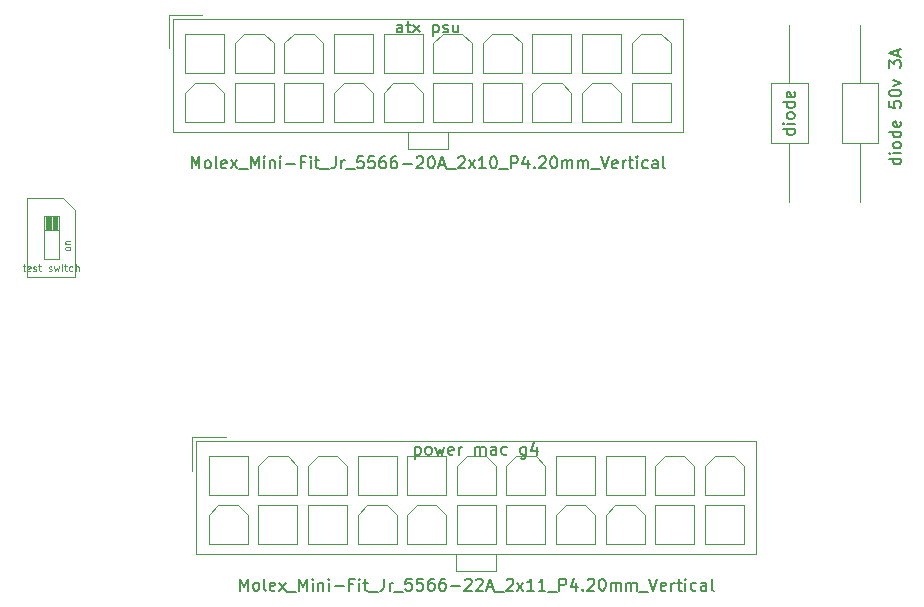
<source format=gbr>
%TF.GenerationSoftware,KiCad,Pcbnew,8.0.1*%
%TF.CreationDate,2024-05-07T20:14:08+02:00*%
%TF.ProjectId,atx,6174782e-6b69-4636-9164-5f7063625858,rev?*%
%TF.SameCoordinates,Original*%
%TF.FileFunction,AssemblyDrawing,Top*%
%FSLAX46Y46*%
G04 Gerber Fmt 4.6, Leading zero omitted, Abs format (unit mm)*
G04 Created by KiCad (PCBNEW 8.0.1) date 2024-05-07 20:14:08*
%MOMM*%
%LPD*%
G01*
G04 APERTURE LIST*
%ADD10C,0.090000*%
%ADD11C,0.150000*%
%ADD12C,0.100000*%
G04 APERTURE END LIST*
D10*
X72085714Y-68462891D02*
X72314286Y-68462891D01*
X72171429Y-68262891D02*
X72171429Y-68777177D01*
X72171429Y-68777177D02*
X72200000Y-68834320D01*
X72200000Y-68834320D02*
X72257143Y-68862891D01*
X72257143Y-68862891D02*
X72314286Y-68862891D01*
X72742857Y-68834320D02*
X72685714Y-68862891D01*
X72685714Y-68862891D02*
X72571429Y-68862891D01*
X72571429Y-68862891D02*
X72514286Y-68834320D01*
X72514286Y-68834320D02*
X72485714Y-68777177D01*
X72485714Y-68777177D02*
X72485714Y-68548605D01*
X72485714Y-68548605D02*
X72514286Y-68491462D01*
X72514286Y-68491462D02*
X72571429Y-68462891D01*
X72571429Y-68462891D02*
X72685714Y-68462891D01*
X72685714Y-68462891D02*
X72742857Y-68491462D01*
X72742857Y-68491462D02*
X72771429Y-68548605D01*
X72771429Y-68548605D02*
X72771429Y-68605748D01*
X72771429Y-68605748D02*
X72485714Y-68662891D01*
X73000000Y-68834320D02*
X73057143Y-68862891D01*
X73057143Y-68862891D02*
X73171429Y-68862891D01*
X73171429Y-68862891D02*
X73228572Y-68834320D01*
X73228572Y-68834320D02*
X73257143Y-68777177D01*
X73257143Y-68777177D02*
X73257143Y-68748605D01*
X73257143Y-68748605D02*
X73228572Y-68691462D01*
X73228572Y-68691462D02*
X73171429Y-68662891D01*
X73171429Y-68662891D02*
X73085715Y-68662891D01*
X73085715Y-68662891D02*
X73028572Y-68634320D01*
X73028572Y-68634320D02*
X73000000Y-68577177D01*
X73000000Y-68577177D02*
X73000000Y-68548605D01*
X73000000Y-68548605D02*
X73028572Y-68491462D01*
X73028572Y-68491462D02*
X73085715Y-68462891D01*
X73085715Y-68462891D02*
X73171429Y-68462891D01*
X73171429Y-68462891D02*
X73228572Y-68491462D01*
X73428571Y-68462891D02*
X73657143Y-68462891D01*
X73514286Y-68262891D02*
X73514286Y-68777177D01*
X73514286Y-68777177D02*
X73542857Y-68834320D01*
X73542857Y-68834320D02*
X73600000Y-68862891D01*
X73600000Y-68862891D02*
X73657143Y-68862891D01*
X74285714Y-68834320D02*
X74342857Y-68862891D01*
X74342857Y-68862891D02*
X74457143Y-68862891D01*
X74457143Y-68862891D02*
X74514286Y-68834320D01*
X74514286Y-68834320D02*
X74542857Y-68777177D01*
X74542857Y-68777177D02*
X74542857Y-68748605D01*
X74542857Y-68748605D02*
X74514286Y-68691462D01*
X74514286Y-68691462D02*
X74457143Y-68662891D01*
X74457143Y-68662891D02*
X74371429Y-68662891D01*
X74371429Y-68662891D02*
X74314286Y-68634320D01*
X74314286Y-68634320D02*
X74285714Y-68577177D01*
X74285714Y-68577177D02*
X74285714Y-68548605D01*
X74285714Y-68548605D02*
X74314286Y-68491462D01*
X74314286Y-68491462D02*
X74371429Y-68462891D01*
X74371429Y-68462891D02*
X74457143Y-68462891D01*
X74457143Y-68462891D02*
X74514286Y-68491462D01*
X74742857Y-68462891D02*
X74857143Y-68862891D01*
X74857143Y-68862891D02*
X74971428Y-68577177D01*
X74971428Y-68577177D02*
X75085714Y-68862891D01*
X75085714Y-68862891D02*
X75200000Y-68462891D01*
X75428571Y-68862891D02*
X75428571Y-68462891D01*
X75428571Y-68262891D02*
X75399999Y-68291462D01*
X75399999Y-68291462D02*
X75428571Y-68320034D01*
X75428571Y-68320034D02*
X75457142Y-68291462D01*
X75457142Y-68291462D02*
X75428571Y-68262891D01*
X75428571Y-68262891D02*
X75428571Y-68320034D01*
X75628570Y-68462891D02*
X75857142Y-68462891D01*
X75714285Y-68262891D02*
X75714285Y-68777177D01*
X75714285Y-68777177D02*
X75742856Y-68834320D01*
X75742856Y-68834320D02*
X75799999Y-68862891D01*
X75799999Y-68862891D02*
X75857142Y-68862891D01*
X76314285Y-68834320D02*
X76257142Y-68862891D01*
X76257142Y-68862891D02*
X76142856Y-68862891D01*
X76142856Y-68862891D02*
X76085713Y-68834320D01*
X76085713Y-68834320D02*
X76057142Y-68805748D01*
X76057142Y-68805748D02*
X76028570Y-68748605D01*
X76028570Y-68748605D02*
X76028570Y-68577177D01*
X76028570Y-68577177D02*
X76057142Y-68520034D01*
X76057142Y-68520034D02*
X76085713Y-68491462D01*
X76085713Y-68491462D02*
X76142856Y-68462891D01*
X76142856Y-68462891D02*
X76257142Y-68462891D01*
X76257142Y-68462891D02*
X76314285Y-68491462D01*
X76571428Y-68862891D02*
X76571428Y-68262891D01*
X76828571Y-68862891D02*
X76828571Y-68548605D01*
X76828571Y-68548605D02*
X76799999Y-68491462D01*
X76799999Y-68491462D02*
X76742856Y-68462891D01*
X76742856Y-68462891D02*
X76657142Y-68462891D01*
X76657142Y-68462891D02*
X76599999Y-68491462D01*
X76599999Y-68491462D02*
X76571428Y-68520034D01*
X76115391Y-66999285D02*
X76086820Y-67056428D01*
X76086820Y-67056428D02*
X76058248Y-67084999D01*
X76058248Y-67084999D02*
X76001105Y-67113571D01*
X76001105Y-67113571D02*
X75829677Y-67113571D01*
X75829677Y-67113571D02*
X75772534Y-67084999D01*
X75772534Y-67084999D02*
X75743962Y-67056428D01*
X75743962Y-67056428D02*
X75715391Y-66999285D01*
X75715391Y-66999285D02*
X75715391Y-66913571D01*
X75715391Y-66913571D02*
X75743962Y-66856428D01*
X75743962Y-66856428D02*
X75772534Y-66827857D01*
X75772534Y-66827857D02*
X75829677Y-66799285D01*
X75829677Y-66799285D02*
X76001105Y-66799285D01*
X76001105Y-66799285D02*
X76058248Y-66827857D01*
X76058248Y-66827857D02*
X76086820Y-66856428D01*
X76086820Y-66856428D02*
X76115391Y-66913571D01*
X76115391Y-66913571D02*
X76115391Y-66999285D01*
X75715391Y-66542142D02*
X76115391Y-66542142D01*
X75772534Y-66542142D02*
X75743962Y-66513571D01*
X75743962Y-66513571D02*
X75715391Y-66456428D01*
X75715391Y-66456428D02*
X75715391Y-66370714D01*
X75715391Y-66370714D02*
X75743962Y-66313571D01*
X75743962Y-66313571D02*
X75801105Y-66285000D01*
X75801105Y-66285000D02*
X76115391Y-66285000D01*
D11*
X90499999Y-95904819D02*
X90499999Y-94904819D01*
X90499999Y-94904819D02*
X90833332Y-95619104D01*
X90833332Y-95619104D02*
X91166665Y-94904819D01*
X91166665Y-94904819D02*
X91166665Y-95904819D01*
X91785713Y-95904819D02*
X91690475Y-95857200D01*
X91690475Y-95857200D02*
X91642856Y-95809580D01*
X91642856Y-95809580D02*
X91595237Y-95714342D01*
X91595237Y-95714342D02*
X91595237Y-95428628D01*
X91595237Y-95428628D02*
X91642856Y-95333390D01*
X91642856Y-95333390D02*
X91690475Y-95285771D01*
X91690475Y-95285771D02*
X91785713Y-95238152D01*
X91785713Y-95238152D02*
X91928570Y-95238152D01*
X91928570Y-95238152D02*
X92023808Y-95285771D01*
X92023808Y-95285771D02*
X92071427Y-95333390D01*
X92071427Y-95333390D02*
X92119046Y-95428628D01*
X92119046Y-95428628D02*
X92119046Y-95714342D01*
X92119046Y-95714342D02*
X92071427Y-95809580D01*
X92071427Y-95809580D02*
X92023808Y-95857200D01*
X92023808Y-95857200D02*
X91928570Y-95904819D01*
X91928570Y-95904819D02*
X91785713Y-95904819D01*
X92690475Y-95904819D02*
X92595237Y-95857200D01*
X92595237Y-95857200D02*
X92547618Y-95761961D01*
X92547618Y-95761961D02*
X92547618Y-94904819D01*
X93452380Y-95857200D02*
X93357142Y-95904819D01*
X93357142Y-95904819D02*
X93166666Y-95904819D01*
X93166666Y-95904819D02*
X93071428Y-95857200D01*
X93071428Y-95857200D02*
X93023809Y-95761961D01*
X93023809Y-95761961D02*
X93023809Y-95381009D01*
X93023809Y-95381009D02*
X93071428Y-95285771D01*
X93071428Y-95285771D02*
X93166666Y-95238152D01*
X93166666Y-95238152D02*
X93357142Y-95238152D01*
X93357142Y-95238152D02*
X93452380Y-95285771D01*
X93452380Y-95285771D02*
X93499999Y-95381009D01*
X93499999Y-95381009D02*
X93499999Y-95476247D01*
X93499999Y-95476247D02*
X93023809Y-95571485D01*
X93833333Y-95904819D02*
X94357142Y-95238152D01*
X93833333Y-95238152D02*
X94357142Y-95904819D01*
X94500000Y-96000057D02*
X95261904Y-96000057D01*
X95500000Y-95904819D02*
X95500000Y-94904819D01*
X95500000Y-94904819D02*
X95833333Y-95619104D01*
X95833333Y-95619104D02*
X96166666Y-94904819D01*
X96166666Y-94904819D02*
X96166666Y-95904819D01*
X96642857Y-95904819D02*
X96642857Y-95238152D01*
X96642857Y-94904819D02*
X96595238Y-94952438D01*
X96595238Y-94952438D02*
X96642857Y-95000057D01*
X96642857Y-95000057D02*
X96690476Y-94952438D01*
X96690476Y-94952438D02*
X96642857Y-94904819D01*
X96642857Y-94904819D02*
X96642857Y-95000057D01*
X97119047Y-95238152D02*
X97119047Y-95904819D01*
X97119047Y-95333390D02*
X97166666Y-95285771D01*
X97166666Y-95285771D02*
X97261904Y-95238152D01*
X97261904Y-95238152D02*
X97404761Y-95238152D01*
X97404761Y-95238152D02*
X97499999Y-95285771D01*
X97499999Y-95285771D02*
X97547618Y-95381009D01*
X97547618Y-95381009D02*
X97547618Y-95904819D01*
X98023809Y-95904819D02*
X98023809Y-95238152D01*
X98023809Y-94904819D02*
X97976190Y-94952438D01*
X97976190Y-94952438D02*
X98023809Y-95000057D01*
X98023809Y-95000057D02*
X98071428Y-94952438D01*
X98071428Y-94952438D02*
X98023809Y-94904819D01*
X98023809Y-94904819D02*
X98023809Y-95000057D01*
X98499999Y-95523866D02*
X99261904Y-95523866D01*
X100071427Y-95381009D02*
X99738094Y-95381009D01*
X99738094Y-95904819D02*
X99738094Y-94904819D01*
X99738094Y-94904819D02*
X100214284Y-94904819D01*
X100595237Y-95904819D02*
X100595237Y-95238152D01*
X100595237Y-94904819D02*
X100547618Y-94952438D01*
X100547618Y-94952438D02*
X100595237Y-95000057D01*
X100595237Y-95000057D02*
X100642856Y-94952438D01*
X100642856Y-94952438D02*
X100595237Y-94904819D01*
X100595237Y-94904819D02*
X100595237Y-95000057D01*
X100928570Y-95238152D02*
X101309522Y-95238152D01*
X101071427Y-94904819D02*
X101071427Y-95761961D01*
X101071427Y-95761961D02*
X101119046Y-95857200D01*
X101119046Y-95857200D02*
X101214284Y-95904819D01*
X101214284Y-95904819D02*
X101309522Y-95904819D01*
X101404761Y-96000057D02*
X102166665Y-96000057D01*
X102690475Y-94904819D02*
X102690475Y-95619104D01*
X102690475Y-95619104D02*
X102642856Y-95761961D01*
X102642856Y-95761961D02*
X102547618Y-95857200D01*
X102547618Y-95857200D02*
X102404761Y-95904819D01*
X102404761Y-95904819D02*
X102309523Y-95904819D01*
X103166666Y-95904819D02*
X103166666Y-95238152D01*
X103166666Y-95428628D02*
X103214285Y-95333390D01*
X103214285Y-95333390D02*
X103261904Y-95285771D01*
X103261904Y-95285771D02*
X103357142Y-95238152D01*
X103357142Y-95238152D02*
X103452380Y-95238152D01*
X103547619Y-96000057D02*
X104309523Y-96000057D01*
X105023809Y-94904819D02*
X104547619Y-94904819D01*
X104547619Y-94904819D02*
X104500000Y-95381009D01*
X104500000Y-95381009D02*
X104547619Y-95333390D01*
X104547619Y-95333390D02*
X104642857Y-95285771D01*
X104642857Y-95285771D02*
X104880952Y-95285771D01*
X104880952Y-95285771D02*
X104976190Y-95333390D01*
X104976190Y-95333390D02*
X105023809Y-95381009D01*
X105023809Y-95381009D02*
X105071428Y-95476247D01*
X105071428Y-95476247D02*
X105071428Y-95714342D01*
X105071428Y-95714342D02*
X105023809Y-95809580D01*
X105023809Y-95809580D02*
X104976190Y-95857200D01*
X104976190Y-95857200D02*
X104880952Y-95904819D01*
X104880952Y-95904819D02*
X104642857Y-95904819D01*
X104642857Y-95904819D02*
X104547619Y-95857200D01*
X104547619Y-95857200D02*
X104500000Y-95809580D01*
X105976190Y-94904819D02*
X105500000Y-94904819D01*
X105500000Y-94904819D02*
X105452381Y-95381009D01*
X105452381Y-95381009D02*
X105500000Y-95333390D01*
X105500000Y-95333390D02*
X105595238Y-95285771D01*
X105595238Y-95285771D02*
X105833333Y-95285771D01*
X105833333Y-95285771D02*
X105928571Y-95333390D01*
X105928571Y-95333390D02*
X105976190Y-95381009D01*
X105976190Y-95381009D02*
X106023809Y-95476247D01*
X106023809Y-95476247D02*
X106023809Y-95714342D01*
X106023809Y-95714342D02*
X105976190Y-95809580D01*
X105976190Y-95809580D02*
X105928571Y-95857200D01*
X105928571Y-95857200D02*
X105833333Y-95904819D01*
X105833333Y-95904819D02*
X105595238Y-95904819D01*
X105595238Y-95904819D02*
X105500000Y-95857200D01*
X105500000Y-95857200D02*
X105452381Y-95809580D01*
X106880952Y-94904819D02*
X106690476Y-94904819D01*
X106690476Y-94904819D02*
X106595238Y-94952438D01*
X106595238Y-94952438D02*
X106547619Y-95000057D01*
X106547619Y-95000057D02*
X106452381Y-95142914D01*
X106452381Y-95142914D02*
X106404762Y-95333390D01*
X106404762Y-95333390D02*
X106404762Y-95714342D01*
X106404762Y-95714342D02*
X106452381Y-95809580D01*
X106452381Y-95809580D02*
X106500000Y-95857200D01*
X106500000Y-95857200D02*
X106595238Y-95904819D01*
X106595238Y-95904819D02*
X106785714Y-95904819D01*
X106785714Y-95904819D02*
X106880952Y-95857200D01*
X106880952Y-95857200D02*
X106928571Y-95809580D01*
X106928571Y-95809580D02*
X106976190Y-95714342D01*
X106976190Y-95714342D02*
X106976190Y-95476247D01*
X106976190Y-95476247D02*
X106928571Y-95381009D01*
X106928571Y-95381009D02*
X106880952Y-95333390D01*
X106880952Y-95333390D02*
X106785714Y-95285771D01*
X106785714Y-95285771D02*
X106595238Y-95285771D01*
X106595238Y-95285771D02*
X106500000Y-95333390D01*
X106500000Y-95333390D02*
X106452381Y-95381009D01*
X106452381Y-95381009D02*
X106404762Y-95476247D01*
X107833333Y-94904819D02*
X107642857Y-94904819D01*
X107642857Y-94904819D02*
X107547619Y-94952438D01*
X107547619Y-94952438D02*
X107500000Y-95000057D01*
X107500000Y-95000057D02*
X107404762Y-95142914D01*
X107404762Y-95142914D02*
X107357143Y-95333390D01*
X107357143Y-95333390D02*
X107357143Y-95714342D01*
X107357143Y-95714342D02*
X107404762Y-95809580D01*
X107404762Y-95809580D02*
X107452381Y-95857200D01*
X107452381Y-95857200D02*
X107547619Y-95904819D01*
X107547619Y-95904819D02*
X107738095Y-95904819D01*
X107738095Y-95904819D02*
X107833333Y-95857200D01*
X107833333Y-95857200D02*
X107880952Y-95809580D01*
X107880952Y-95809580D02*
X107928571Y-95714342D01*
X107928571Y-95714342D02*
X107928571Y-95476247D01*
X107928571Y-95476247D02*
X107880952Y-95381009D01*
X107880952Y-95381009D02*
X107833333Y-95333390D01*
X107833333Y-95333390D02*
X107738095Y-95285771D01*
X107738095Y-95285771D02*
X107547619Y-95285771D01*
X107547619Y-95285771D02*
X107452381Y-95333390D01*
X107452381Y-95333390D02*
X107404762Y-95381009D01*
X107404762Y-95381009D02*
X107357143Y-95476247D01*
X108357143Y-95523866D02*
X109119048Y-95523866D01*
X109547619Y-95000057D02*
X109595238Y-94952438D01*
X109595238Y-94952438D02*
X109690476Y-94904819D01*
X109690476Y-94904819D02*
X109928571Y-94904819D01*
X109928571Y-94904819D02*
X110023809Y-94952438D01*
X110023809Y-94952438D02*
X110071428Y-95000057D01*
X110071428Y-95000057D02*
X110119047Y-95095295D01*
X110119047Y-95095295D02*
X110119047Y-95190533D01*
X110119047Y-95190533D02*
X110071428Y-95333390D01*
X110071428Y-95333390D02*
X109500000Y-95904819D01*
X109500000Y-95904819D02*
X110119047Y-95904819D01*
X110500000Y-95000057D02*
X110547619Y-94952438D01*
X110547619Y-94952438D02*
X110642857Y-94904819D01*
X110642857Y-94904819D02*
X110880952Y-94904819D01*
X110880952Y-94904819D02*
X110976190Y-94952438D01*
X110976190Y-94952438D02*
X111023809Y-95000057D01*
X111023809Y-95000057D02*
X111071428Y-95095295D01*
X111071428Y-95095295D02*
X111071428Y-95190533D01*
X111071428Y-95190533D02*
X111023809Y-95333390D01*
X111023809Y-95333390D02*
X110452381Y-95904819D01*
X110452381Y-95904819D02*
X111071428Y-95904819D01*
X111452381Y-95619104D02*
X111928571Y-95619104D01*
X111357143Y-95904819D02*
X111690476Y-94904819D01*
X111690476Y-94904819D02*
X112023809Y-95904819D01*
X112119048Y-96000057D02*
X112880952Y-96000057D01*
X113071429Y-95000057D02*
X113119048Y-94952438D01*
X113119048Y-94952438D02*
X113214286Y-94904819D01*
X113214286Y-94904819D02*
X113452381Y-94904819D01*
X113452381Y-94904819D02*
X113547619Y-94952438D01*
X113547619Y-94952438D02*
X113595238Y-95000057D01*
X113595238Y-95000057D02*
X113642857Y-95095295D01*
X113642857Y-95095295D02*
X113642857Y-95190533D01*
X113642857Y-95190533D02*
X113595238Y-95333390D01*
X113595238Y-95333390D02*
X113023810Y-95904819D01*
X113023810Y-95904819D02*
X113642857Y-95904819D01*
X113976191Y-95904819D02*
X114500000Y-95238152D01*
X113976191Y-95238152D02*
X114500000Y-95904819D01*
X115404762Y-95904819D02*
X114833334Y-95904819D01*
X115119048Y-95904819D02*
X115119048Y-94904819D01*
X115119048Y-94904819D02*
X115023810Y-95047676D01*
X115023810Y-95047676D02*
X114928572Y-95142914D01*
X114928572Y-95142914D02*
X114833334Y-95190533D01*
X116357143Y-95904819D02*
X115785715Y-95904819D01*
X116071429Y-95904819D02*
X116071429Y-94904819D01*
X116071429Y-94904819D02*
X115976191Y-95047676D01*
X115976191Y-95047676D02*
X115880953Y-95142914D01*
X115880953Y-95142914D02*
X115785715Y-95190533D01*
X116547620Y-96000057D02*
X117309524Y-96000057D01*
X117547620Y-95904819D02*
X117547620Y-94904819D01*
X117547620Y-94904819D02*
X117928572Y-94904819D01*
X117928572Y-94904819D02*
X118023810Y-94952438D01*
X118023810Y-94952438D02*
X118071429Y-95000057D01*
X118071429Y-95000057D02*
X118119048Y-95095295D01*
X118119048Y-95095295D02*
X118119048Y-95238152D01*
X118119048Y-95238152D02*
X118071429Y-95333390D01*
X118071429Y-95333390D02*
X118023810Y-95381009D01*
X118023810Y-95381009D02*
X117928572Y-95428628D01*
X117928572Y-95428628D02*
X117547620Y-95428628D01*
X118976191Y-95238152D02*
X118976191Y-95904819D01*
X118738096Y-94857200D02*
X118500001Y-95571485D01*
X118500001Y-95571485D02*
X119119048Y-95571485D01*
X119500001Y-95809580D02*
X119547620Y-95857200D01*
X119547620Y-95857200D02*
X119500001Y-95904819D01*
X119500001Y-95904819D02*
X119452382Y-95857200D01*
X119452382Y-95857200D02*
X119500001Y-95809580D01*
X119500001Y-95809580D02*
X119500001Y-95904819D01*
X119928572Y-95000057D02*
X119976191Y-94952438D01*
X119976191Y-94952438D02*
X120071429Y-94904819D01*
X120071429Y-94904819D02*
X120309524Y-94904819D01*
X120309524Y-94904819D02*
X120404762Y-94952438D01*
X120404762Y-94952438D02*
X120452381Y-95000057D01*
X120452381Y-95000057D02*
X120500000Y-95095295D01*
X120500000Y-95095295D02*
X120500000Y-95190533D01*
X120500000Y-95190533D02*
X120452381Y-95333390D01*
X120452381Y-95333390D02*
X119880953Y-95904819D01*
X119880953Y-95904819D02*
X120500000Y-95904819D01*
X121119048Y-94904819D02*
X121214286Y-94904819D01*
X121214286Y-94904819D02*
X121309524Y-94952438D01*
X121309524Y-94952438D02*
X121357143Y-95000057D01*
X121357143Y-95000057D02*
X121404762Y-95095295D01*
X121404762Y-95095295D02*
X121452381Y-95285771D01*
X121452381Y-95285771D02*
X121452381Y-95523866D01*
X121452381Y-95523866D02*
X121404762Y-95714342D01*
X121404762Y-95714342D02*
X121357143Y-95809580D01*
X121357143Y-95809580D02*
X121309524Y-95857200D01*
X121309524Y-95857200D02*
X121214286Y-95904819D01*
X121214286Y-95904819D02*
X121119048Y-95904819D01*
X121119048Y-95904819D02*
X121023810Y-95857200D01*
X121023810Y-95857200D02*
X120976191Y-95809580D01*
X120976191Y-95809580D02*
X120928572Y-95714342D01*
X120928572Y-95714342D02*
X120880953Y-95523866D01*
X120880953Y-95523866D02*
X120880953Y-95285771D01*
X120880953Y-95285771D02*
X120928572Y-95095295D01*
X120928572Y-95095295D02*
X120976191Y-95000057D01*
X120976191Y-95000057D02*
X121023810Y-94952438D01*
X121023810Y-94952438D02*
X121119048Y-94904819D01*
X121880953Y-95904819D02*
X121880953Y-95238152D01*
X121880953Y-95333390D02*
X121928572Y-95285771D01*
X121928572Y-95285771D02*
X122023810Y-95238152D01*
X122023810Y-95238152D02*
X122166667Y-95238152D01*
X122166667Y-95238152D02*
X122261905Y-95285771D01*
X122261905Y-95285771D02*
X122309524Y-95381009D01*
X122309524Y-95381009D02*
X122309524Y-95904819D01*
X122309524Y-95381009D02*
X122357143Y-95285771D01*
X122357143Y-95285771D02*
X122452381Y-95238152D01*
X122452381Y-95238152D02*
X122595238Y-95238152D01*
X122595238Y-95238152D02*
X122690477Y-95285771D01*
X122690477Y-95285771D02*
X122738096Y-95381009D01*
X122738096Y-95381009D02*
X122738096Y-95904819D01*
X123214286Y-95904819D02*
X123214286Y-95238152D01*
X123214286Y-95333390D02*
X123261905Y-95285771D01*
X123261905Y-95285771D02*
X123357143Y-95238152D01*
X123357143Y-95238152D02*
X123500000Y-95238152D01*
X123500000Y-95238152D02*
X123595238Y-95285771D01*
X123595238Y-95285771D02*
X123642857Y-95381009D01*
X123642857Y-95381009D02*
X123642857Y-95904819D01*
X123642857Y-95381009D02*
X123690476Y-95285771D01*
X123690476Y-95285771D02*
X123785714Y-95238152D01*
X123785714Y-95238152D02*
X123928571Y-95238152D01*
X123928571Y-95238152D02*
X124023810Y-95285771D01*
X124023810Y-95285771D02*
X124071429Y-95381009D01*
X124071429Y-95381009D02*
X124071429Y-95904819D01*
X124309524Y-96000057D02*
X125071428Y-96000057D01*
X125166667Y-94904819D02*
X125500000Y-95904819D01*
X125500000Y-95904819D02*
X125833333Y-94904819D01*
X126547619Y-95857200D02*
X126452381Y-95904819D01*
X126452381Y-95904819D02*
X126261905Y-95904819D01*
X126261905Y-95904819D02*
X126166667Y-95857200D01*
X126166667Y-95857200D02*
X126119048Y-95761961D01*
X126119048Y-95761961D02*
X126119048Y-95381009D01*
X126119048Y-95381009D02*
X126166667Y-95285771D01*
X126166667Y-95285771D02*
X126261905Y-95238152D01*
X126261905Y-95238152D02*
X126452381Y-95238152D01*
X126452381Y-95238152D02*
X126547619Y-95285771D01*
X126547619Y-95285771D02*
X126595238Y-95381009D01*
X126595238Y-95381009D02*
X126595238Y-95476247D01*
X126595238Y-95476247D02*
X126119048Y-95571485D01*
X127023810Y-95904819D02*
X127023810Y-95238152D01*
X127023810Y-95428628D02*
X127071429Y-95333390D01*
X127071429Y-95333390D02*
X127119048Y-95285771D01*
X127119048Y-95285771D02*
X127214286Y-95238152D01*
X127214286Y-95238152D02*
X127309524Y-95238152D01*
X127500001Y-95238152D02*
X127880953Y-95238152D01*
X127642858Y-94904819D02*
X127642858Y-95761961D01*
X127642858Y-95761961D02*
X127690477Y-95857200D01*
X127690477Y-95857200D02*
X127785715Y-95904819D01*
X127785715Y-95904819D02*
X127880953Y-95904819D01*
X128214287Y-95904819D02*
X128214287Y-95238152D01*
X128214287Y-94904819D02*
X128166668Y-94952438D01*
X128166668Y-94952438D02*
X128214287Y-95000057D01*
X128214287Y-95000057D02*
X128261906Y-94952438D01*
X128261906Y-94952438D02*
X128214287Y-94904819D01*
X128214287Y-94904819D02*
X128214287Y-95000057D01*
X129119048Y-95857200D02*
X129023810Y-95904819D01*
X129023810Y-95904819D02*
X128833334Y-95904819D01*
X128833334Y-95904819D02*
X128738096Y-95857200D01*
X128738096Y-95857200D02*
X128690477Y-95809580D01*
X128690477Y-95809580D02*
X128642858Y-95714342D01*
X128642858Y-95714342D02*
X128642858Y-95428628D01*
X128642858Y-95428628D02*
X128690477Y-95333390D01*
X128690477Y-95333390D02*
X128738096Y-95285771D01*
X128738096Y-95285771D02*
X128833334Y-95238152D01*
X128833334Y-95238152D02*
X129023810Y-95238152D01*
X129023810Y-95238152D02*
X129119048Y-95285771D01*
X129976191Y-95904819D02*
X129976191Y-95381009D01*
X129976191Y-95381009D02*
X129928572Y-95285771D01*
X129928572Y-95285771D02*
X129833334Y-95238152D01*
X129833334Y-95238152D02*
X129642858Y-95238152D01*
X129642858Y-95238152D02*
X129547620Y-95285771D01*
X129976191Y-95857200D02*
X129880953Y-95904819D01*
X129880953Y-95904819D02*
X129642858Y-95904819D01*
X129642858Y-95904819D02*
X129547620Y-95857200D01*
X129547620Y-95857200D02*
X129500001Y-95761961D01*
X129500001Y-95761961D02*
X129500001Y-95666723D01*
X129500001Y-95666723D02*
X129547620Y-95571485D01*
X129547620Y-95571485D02*
X129642858Y-95523866D01*
X129642858Y-95523866D02*
X129880953Y-95523866D01*
X129880953Y-95523866D02*
X129976191Y-95476247D01*
X130595239Y-95904819D02*
X130500001Y-95857200D01*
X130500001Y-95857200D02*
X130452382Y-95761961D01*
X130452382Y-95761961D02*
X130452382Y-94904819D01*
X105333333Y-83738152D02*
X105333333Y-84738152D01*
X105333333Y-83785771D02*
X105428571Y-83738152D01*
X105428571Y-83738152D02*
X105619047Y-83738152D01*
X105619047Y-83738152D02*
X105714285Y-83785771D01*
X105714285Y-83785771D02*
X105761904Y-83833390D01*
X105761904Y-83833390D02*
X105809523Y-83928628D01*
X105809523Y-83928628D02*
X105809523Y-84214342D01*
X105809523Y-84214342D02*
X105761904Y-84309580D01*
X105761904Y-84309580D02*
X105714285Y-84357200D01*
X105714285Y-84357200D02*
X105619047Y-84404819D01*
X105619047Y-84404819D02*
X105428571Y-84404819D01*
X105428571Y-84404819D02*
X105333333Y-84357200D01*
X106380952Y-84404819D02*
X106285714Y-84357200D01*
X106285714Y-84357200D02*
X106238095Y-84309580D01*
X106238095Y-84309580D02*
X106190476Y-84214342D01*
X106190476Y-84214342D02*
X106190476Y-83928628D01*
X106190476Y-83928628D02*
X106238095Y-83833390D01*
X106238095Y-83833390D02*
X106285714Y-83785771D01*
X106285714Y-83785771D02*
X106380952Y-83738152D01*
X106380952Y-83738152D02*
X106523809Y-83738152D01*
X106523809Y-83738152D02*
X106619047Y-83785771D01*
X106619047Y-83785771D02*
X106666666Y-83833390D01*
X106666666Y-83833390D02*
X106714285Y-83928628D01*
X106714285Y-83928628D02*
X106714285Y-84214342D01*
X106714285Y-84214342D02*
X106666666Y-84309580D01*
X106666666Y-84309580D02*
X106619047Y-84357200D01*
X106619047Y-84357200D02*
X106523809Y-84404819D01*
X106523809Y-84404819D02*
X106380952Y-84404819D01*
X107047619Y-83738152D02*
X107238095Y-84404819D01*
X107238095Y-84404819D02*
X107428571Y-83928628D01*
X107428571Y-83928628D02*
X107619047Y-84404819D01*
X107619047Y-84404819D02*
X107809523Y-83738152D01*
X108571428Y-84357200D02*
X108476190Y-84404819D01*
X108476190Y-84404819D02*
X108285714Y-84404819D01*
X108285714Y-84404819D02*
X108190476Y-84357200D01*
X108190476Y-84357200D02*
X108142857Y-84261961D01*
X108142857Y-84261961D02*
X108142857Y-83881009D01*
X108142857Y-83881009D02*
X108190476Y-83785771D01*
X108190476Y-83785771D02*
X108285714Y-83738152D01*
X108285714Y-83738152D02*
X108476190Y-83738152D01*
X108476190Y-83738152D02*
X108571428Y-83785771D01*
X108571428Y-83785771D02*
X108619047Y-83881009D01*
X108619047Y-83881009D02*
X108619047Y-83976247D01*
X108619047Y-83976247D02*
X108142857Y-84071485D01*
X109047619Y-84404819D02*
X109047619Y-83738152D01*
X109047619Y-83928628D02*
X109095238Y-83833390D01*
X109095238Y-83833390D02*
X109142857Y-83785771D01*
X109142857Y-83785771D02*
X109238095Y-83738152D01*
X109238095Y-83738152D02*
X109333333Y-83738152D01*
X110428572Y-84404819D02*
X110428572Y-83738152D01*
X110428572Y-83833390D02*
X110476191Y-83785771D01*
X110476191Y-83785771D02*
X110571429Y-83738152D01*
X110571429Y-83738152D02*
X110714286Y-83738152D01*
X110714286Y-83738152D02*
X110809524Y-83785771D01*
X110809524Y-83785771D02*
X110857143Y-83881009D01*
X110857143Y-83881009D02*
X110857143Y-84404819D01*
X110857143Y-83881009D02*
X110904762Y-83785771D01*
X110904762Y-83785771D02*
X111000000Y-83738152D01*
X111000000Y-83738152D02*
X111142857Y-83738152D01*
X111142857Y-83738152D02*
X111238096Y-83785771D01*
X111238096Y-83785771D02*
X111285715Y-83881009D01*
X111285715Y-83881009D02*
X111285715Y-84404819D01*
X112190476Y-84404819D02*
X112190476Y-83881009D01*
X112190476Y-83881009D02*
X112142857Y-83785771D01*
X112142857Y-83785771D02*
X112047619Y-83738152D01*
X112047619Y-83738152D02*
X111857143Y-83738152D01*
X111857143Y-83738152D02*
X111761905Y-83785771D01*
X112190476Y-84357200D02*
X112095238Y-84404819D01*
X112095238Y-84404819D02*
X111857143Y-84404819D01*
X111857143Y-84404819D02*
X111761905Y-84357200D01*
X111761905Y-84357200D02*
X111714286Y-84261961D01*
X111714286Y-84261961D02*
X111714286Y-84166723D01*
X111714286Y-84166723D02*
X111761905Y-84071485D01*
X111761905Y-84071485D02*
X111857143Y-84023866D01*
X111857143Y-84023866D02*
X112095238Y-84023866D01*
X112095238Y-84023866D02*
X112190476Y-83976247D01*
X113095238Y-84357200D02*
X113000000Y-84404819D01*
X113000000Y-84404819D02*
X112809524Y-84404819D01*
X112809524Y-84404819D02*
X112714286Y-84357200D01*
X112714286Y-84357200D02*
X112666667Y-84309580D01*
X112666667Y-84309580D02*
X112619048Y-84214342D01*
X112619048Y-84214342D02*
X112619048Y-83928628D01*
X112619048Y-83928628D02*
X112666667Y-83833390D01*
X112666667Y-83833390D02*
X112714286Y-83785771D01*
X112714286Y-83785771D02*
X112809524Y-83738152D01*
X112809524Y-83738152D02*
X113000000Y-83738152D01*
X113000000Y-83738152D02*
X113095238Y-83785771D01*
X114714286Y-83738152D02*
X114714286Y-84547676D01*
X114714286Y-84547676D02*
X114666667Y-84642914D01*
X114666667Y-84642914D02*
X114619048Y-84690533D01*
X114619048Y-84690533D02*
X114523810Y-84738152D01*
X114523810Y-84738152D02*
X114380953Y-84738152D01*
X114380953Y-84738152D02*
X114285715Y-84690533D01*
X114714286Y-84357200D02*
X114619048Y-84404819D01*
X114619048Y-84404819D02*
X114428572Y-84404819D01*
X114428572Y-84404819D02*
X114333334Y-84357200D01*
X114333334Y-84357200D02*
X114285715Y-84309580D01*
X114285715Y-84309580D02*
X114238096Y-84214342D01*
X114238096Y-84214342D02*
X114238096Y-83928628D01*
X114238096Y-83928628D02*
X114285715Y-83833390D01*
X114285715Y-83833390D02*
X114333334Y-83785771D01*
X114333334Y-83785771D02*
X114428572Y-83738152D01*
X114428572Y-83738152D02*
X114619048Y-83738152D01*
X114619048Y-83738152D02*
X114714286Y-83785771D01*
X115619048Y-83738152D02*
X115619048Y-84404819D01*
X115380953Y-83357200D02*
X115142858Y-84071485D01*
X115142858Y-84071485D02*
X115761905Y-84071485D01*
X137454819Y-56857142D02*
X136454819Y-56857142D01*
X137407200Y-56857142D02*
X137454819Y-56952380D01*
X137454819Y-56952380D02*
X137454819Y-57142856D01*
X137454819Y-57142856D02*
X137407200Y-57238094D01*
X137407200Y-57238094D02*
X137359580Y-57285713D01*
X137359580Y-57285713D02*
X137264342Y-57333332D01*
X137264342Y-57333332D02*
X136978628Y-57333332D01*
X136978628Y-57333332D02*
X136883390Y-57285713D01*
X136883390Y-57285713D02*
X136835771Y-57238094D01*
X136835771Y-57238094D02*
X136788152Y-57142856D01*
X136788152Y-57142856D02*
X136788152Y-56952380D01*
X136788152Y-56952380D02*
X136835771Y-56857142D01*
X137454819Y-56380951D02*
X136788152Y-56380951D01*
X136454819Y-56380951D02*
X136502438Y-56428570D01*
X136502438Y-56428570D02*
X136550057Y-56380951D01*
X136550057Y-56380951D02*
X136502438Y-56333332D01*
X136502438Y-56333332D02*
X136454819Y-56380951D01*
X136454819Y-56380951D02*
X136550057Y-56380951D01*
X137454819Y-55761904D02*
X137407200Y-55857142D01*
X137407200Y-55857142D02*
X137359580Y-55904761D01*
X137359580Y-55904761D02*
X137264342Y-55952380D01*
X137264342Y-55952380D02*
X136978628Y-55952380D01*
X136978628Y-55952380D02*
X136883390Y-55904761D01*
X136883390Y-55904761D02*
X136835771Y-55857142D01*
X136835771Y-55857142D02*
X136788152Y-55761904D01*
X136788152Y-55761904D02*
X136788152Y-55619047D01*
X136788152Y-55619047D02*
X136835771Y-55523809D01*
X136835771Y-55523809D02*
X136883390Y-55476190D01*
X136883390Y-55476190D02*
X136978628Y-55428571D01*
X136978628Y-55428571D02*
X137264342Y-55428571D01*
X137264342Y-55428571D02*
X137359580Y-55476190D01*
X137359580Y-55476190D02*
X137407200Y-55523809D01*
X137407200Y-55523809D02*
X137454819Y-55619047D01*
X137454819Y-55619047D02*
X137454819Y-55761904D01*
X137454819Y-54571428D02*
X136454819Y-54571428D01*
X137407200Y-54571428D02*
X137454819Y-54666666D01*
X137454819Y-54666666D02*
X137454819Y-54857142D01*
X137454819Y-54857142D02*
X137407200Y-54952380D01*
X137407200Y-54952380D02*
X137359580Y-54999999D01*
X137359580Y-54999999D02*
X137264342Y-55047618D01*
X137264342Y-55047618D02*
X136978628Y-55047618D01*
X136978628Y-55047618D02*
X136883390Y-54999999D01*
X136883390Y-54999999D02*
X136835771Y-54952380D01*
X136835771Y-54952380D02*
X136788152Y-54857142D01*
X136788152Y-54857142D02*
X136788152Y-54666666D01*
X136788152Y-54666666D02*
X136835771Y-54571428D01*
X137407200Y-53714285D02*
X137454819Y-53809523D01*
X137454819Y-53809523D02*
X137454819Y-53999999D01*
X137454819Y-53999999D02*
X137407200Y-54095237D01*
X137407200Y-54095237D02*
X137311961Y-54142856D01*
X137311961Y-54142856D02*
X136931009Y-54142856D01*
X136931009Y-54142856D02*
X136835771Y-54095237D01*
X136835771Y-54095237D02*
X136788152Y-53999999D01*
X136788152Y-53999999D02*
X136788152Y-53809523D01*
X136788152Y-53809523D02*
X136835771Y-53714285D01*
X136835771Y-53714285D02*
X136931009Y-53666666D01*
X136931009Y-53666666D02*
X137026247Y-53666666D01*
X137026247Y-53666666D02*
X137121485Y-54142856D01*
X146454819Y-59357143D02*
X145454819Y-59357143D01*
X146407200Y-59357143D02*
X146454819Y-59452381D01*
X146454819Y-59452381D02*
X146454819Y-59642857D01*
X146454819Y-59642857D02*
X146407200Y-59738095D01*
X146407200Y-59738095D02*
X146359580Y-59785714D01*
X146359580Y-59785714D02*
X146264342Y-59833333D01*
X146264342Y-59833333D02*
X145978628Y-59833333D01*
X145978628Y-59833333D02*
X145883390Y-59785714D01*
X145883390Y-59785714D02*
X145835771Y-59738095D01*
X145835771Y-59738095D02*
X145788152Y-59642857D01*
X145788152Y-59642857D02*
X145788152Y-59452381D01*
X145788152Y-59452381D02*
X145835771Y-59357143D01*
X146454819Y-58880952D02*
X145788152Y-58880952D01*
X145454819Y-58880952D02*
X145502438Y-58928571D01*
X145502438Y-58928571D02*
X145550057Y-58880952D01*
X145550057Y-58880952D02*
X145502438Y-58833333D01*
X145502438Y-58833333D02*
X145454819Y-58880952D01*
X145454819Y-58880952D02*
X145550057Y-58880952D01*
X146454819Y-58261905D02*
X146407200Y-58357143D01*
X146407200Y-58357143D02*
X146359580Y-58404762D01*
X146359580Y-58404762D02*
X146264342Y-58452381D01*
X146264342Y-58452381D02*
X145978628Y-58452381D01*
X145978628Y-58452381D02*
X145883390Y-58404762D01*
X145883390Y-58404762D02*
X145835771Y-58357143D01*
X145835771Y-58357143D02*
X145788152Y-58261905D01*
X145788152Y-58261905D02*
X145788152Y-58119048D01*
X145788152Y-58119048D02*
X145835771Y-58023810D01*
X145835771Y-58023810D02*
X145883390Y-57976191D01*
X145883390Y-57976191D02*
X145978628Y-57928572D01*
X145978628Y-57928572D02*
X146264342Y-57928572D01*
X146264342Y-57928572D02*
X146359580Y-57976191D01*
X146359580Y-57976191D02*
X146407200Y-58023810D01*
X146407200Y-58023810D02*
X146454819Y-58119048D01*
X146454819Y-58119048D02*
X146454819Y-58261905D01*
X146454819Y-57071429D02*
X145454819Y-57071429D01*
X146407200Y-57071429D02*
X146454819Y-57166667D01*
X146454819Y-57166667D02*
X146454819Y-57357143D01*
X146454819Y-57357143D02*
X146407200Y-57452381D01*
X146407200Y-57452381D02*
X146359580Y-57500000D01*
X146359580Y-57500000D02*
X146264342Y-57547619D01*
X146264342Y-57547619D02*
X145978628Y-57547619D01*
X145978628Y-57547619D02*
X145883390Y-57500000D01*
X145883390Y-57500000D02*
X145835771Y-57452381D01*
X145835771Y-57452381D02*
X145788152Y-57357143D01*
X145788152Y-57357143D02*
X145788152Y-57166667D01*
X145788152Y-57166667D02*
X145835771Y-57071429D01*
X146407200Y-56214286D02*
X146454819Y-56309524D01*
X146454819Y-56309524D02*
X146454819Y-56500000D01*
X146454819Y-56500000D02*
X146407200Y-56595238D01*
X146407200Y-56595238D02*
X146311961Y-56642857D01*
X146311961Y-56642857D02*
X145931009Y-56642857D01*
X145931009Y-56642857D02*
X145835771Y-56595238D01*
X145835771Y-56595238D02*
X145788152Y-56500000D01*
X145788152Y-56500000D02*
X145788152Y-56309524D01*
X145788152Y-56309524D02*
X145835771Y-56214286D01*
X145835771Y-56214286D02*
X145931009Y-56166667D01*
X145931009Y-56166667D02*
X146026247Y-56166667D01*
X146026247Y-56166667D02*
X146121485Y-56642857D01*
X145454819Y-54500000D02*
X145454819Y-54976190D01*
X145454819Y-54976190D02*
X145931009Y-55023809D01*
X145931009Y-55023809D02*
X145883390Y-54976190D01*
X145883390Y-54976190D02*
X145835771Y-54880952D01*
X145835771Y-54880952D02*
X145835771Y-54642857D01*
X145835771Y-54642857D02*
X145883390Y-54547619D01*
X145883390Y-54547619D02*
X145931009Y-54500000D01*
X145931009Y-54500000D02*
X146026247Y-54452381D01*
X146026247Y-54452381D02*
X146264342Y-54452381D01*
X146264342Y-54452381D02*
X146359580Y-54500000D01*
X146359580Y-54500000D02*
X146407200Y-54547619D01*
X146407200Y-54547619D02*
X146454819Y-54642857D01*
X146454819Y-54642857D02*
X146454819Y-54880952D01*
X146454819Y-54880952D02*
X146407200Y-54976190D01*
X146407200Y-54976190D02*
X146359580Y-55023809D01*
X145454819Y-53833333D02*
X145454819Y-53738095D01*
X145454819Y-53738095D02*
X145502438Y-53642857D01*
X145502438Y-53642857D02*
X145550057Y-53595238D01*
X145550057Y-53595238D02*
X145645295Y-53547619D01*
X145645295Y-53547619D02*
X145835771Y-53500000D01*
X145835771Y-53500000D02*
X146073866Y-53500000D01*
X146073866Y-53500000D02*
X146264342Y-53547619D01*
X146264342Y-53547619D02*
X146359580Y-53595238D01*
X146359580Y-53595238D02*
X146407200Y-53642857D01*
X146407200Y-53642857D02*
X146454819Y-53738095D01*
X146454819Y-53738095D02*
X146454819Y-53833333D01*
X146454819Y-53833333D02*
X146407200Y-53928571D01*
X146407200Y-53928571D02*
X146359580Y-53976190D01*
X146359580Y-53976190D02*
X146264342Y-54023809D01*
X146264342Y-54023809D02*
X146073866Y-54071428D01*
X146073866Y-54071428D02*
X145835771Y-54071428D01*
X145835771Y-54071428D02*
X145645295Y-54023809D01*
X145645295Y-54023809D02*
X145550057Y-53976190D01*
X145550057Y-53976190D02*
X145502438Y-53928571D01*
X145502438Y-53928571D02*
X145454819Y-53833333D01*
X145788152Y-53166666D02*
X146454819Y-52928571D01*
X146454819Y-52928571D02*
X145788152Y-52690476D01*
X145454819Y-51642856D02*
X145454819Y-51023809D01*
X145454819Y-51023809D02*
X145835771Y-51357142D01*
X145835771Y-51357142D02*
X145835771Y-51214285D01*
X145835771Y-51214285D02*
X145883390Y-51119047D01*
X145883390Y-51119047D02*
X145931009Y-51071428D01*
X145931009Y-51071428D02*
X146026247Y-51023809D01*
X146026247Y-51023809D02*
X146264342Y-51023809D01*
X146264342Y-51023809D02*
X146359580Y-51071428D01*
X146359580Y-51071428D02*
X146407200Y-51119047D01*
X146407200Y-51119047D02*
X146454819Y-51214285D01*
X146454819Y-51214285D02*
X146454819Y-51499999D01*
X146454819Y-51499999D02*
X146407200Y-51595237D01*
X146407200Y-51595237D02*
X146359580Y-51642856D01*
X146169104Y-50642856D02*
X146169104Y-50166666D01*
X146454819Y-50738094D02*
X145454819Y-50404761D01*
X145454819Y-50404761D02*
X146454819Y-50071428D01*
X86399999Y-60154819D02*
X86399999Y-59154819D01*
X86399999Y-59154819D02*
X86733332Y-59869104D01*
X86733332Y-59869104D02*
X87066665Y-59154819D01*
X87066665Y-59154819D02*
X87066665Y-60154819D01*
X87685713Y-60154819D02*
X87590475Y-60107200D01*
X87590475Y-60107200D02*
X87542856Y-60059580D01*
X87542856Y-60059580D02*
X87495237Y-59964342D01*
X87495237Y-59964342D02*
X87495237Y-59678628D01*
X87495237Y-59678628D02*
X87542856Y-59583390D01*
X87542856Y-59583390D02*
X87590475Y-59535771D01*
X87590475Y-59535771D02*
X87685713Y-59488152D01*
X87685713Y-59488152D02*
X87828570Y-59488152D01*
X87828570Y-59488152D02*
X87923808Y-59535771D01*
X87923808Y-59535771D02*
X87971427Y-59583390D01*
X87971427Y-59583390D02*
X88019046Y-59678628D01*
X88019046Y-59678628D02*
X88019046Y-59964342D01*
X88019046Y-59964342D02*
X87971427Y-60059580D01*
X87971427Y-60059580D02*
X87923808Y-60107200D01*
X87923808Y-60107200D02*
X87828570Y-60154819D01*
X87828570Y-60154819D02*
X87685713Y-60154819D01*
X88590475Y-60154819D02*
X88495237Y-60107200D01*
X88495237Y-60107200D02*
X88447618Y-60011961D01*
X88447618Y-60011961D02*
X88447618Y-59154819D01*
X89352380Y-60107200D02*
X89257142Y-60154819D01*
X89257142Y-60154819D02*
X89066666Y-60154819D01*
X89066666Y-60154819D02*
X88971428Y-60107200D01*
X88971428Y-60107200D02*
X88923809Y-60011961D01*
X88923809Y-60011961D02*
X88923809Y-59631009D01*
X88923809Y-59631009D02*
X88971428Y-59535771D01*
X88971428Y-59535771D02*
X89066666Y-59488152D01*
X89066666Y-59488152D02*
X89257142Y-59488152D01*
X89257142Y-59488152D02*
X89352380Y-59535771D01*
X89352380Y-59535771D02*
X89399999Y-59631009D01*
X89399999Y-59631009D02*
X89399999Y-59726247D01*
X89399999Y-59726247D02*
X88923809Y-59821485D01*
X89733333Y-60154819D02*
X90257142Y-59488152D01*
X89733333Y-59488152D02*
X90257142Y-60154819D01*
X90400000Y-60250057D02*
X91161904Y-60250057D01*
X91400000Y-60154819D02*
X91400000Y-59154819D01*
X91400000Y-59154819D02*
X91733333Y-59869104D01*
X91733333Y-59869104D02*
X92066666Y-59154819D01*
X92066666Y-59154819D02*
X92066666Y-60154819D01*
X92542857Y-60154819D02*
X92542857Y-59488152D01*
X92542857Y-59154819D02*
X92495238Y-59202438D01*
X92495238Y-59202438D02*
X92542857Y-59250057D01*
X92542857Y-59250057D02*
X92590476Y-59202438D01*
X92590476Y-59202438D02*
X92542857Y-59154819D01*
X92542857Y-59154819D02*
X92542857Y-59250057D01*
X93019047Y-59488152D02*
X93019047Y-60154819D01*
X93019047Y-59583390D02*
X93066666Y-59535771D01*
X93066666Y-59535771D02*
X93161904Y-59488152D01*
X93161904Y-59488152D02*
X93304761Y-59488152D01*
X93304761Y-59488152D02*
X93399999Y-59535771D01*
X93399999Y-59535771D02*
X93447618Y-59631009D01*
X93447618Y-59631009D02*
X93447618Y-60154819D01*
X93923809Y-60154819D02*
X93923809Y-59488152D01*
X93923809Y-59154819D02*
X93876190Y-59202438D01*
X93876190Y-59202438D02*
X93923809Y-59250057D01*
X93923809Y-59250057D02*
X93971428Y-59202438D01*
X93971428Y-59202438D02*
X93923809Y-59154819D01*
X93923809Y-59154819D02*
X93923809Y-59250057D01*
X94399999Y-59773866D02*
X95161904Y-59773866D01*
X95971427Y-59631009D02*
X95638094Y-59631009D01*
X95638094Y-60154819D02*
X95638094Y-59154819D01*
X95638094Y-59154819D02*
X96114284Y-59154819D01*
X96495237Y-60154819D02*
X96495237Y-59488152D01*
X96495237Y-59154819D02*
X96447618Y-59202438D01*
X96447618Y-59202438D02*
X96495237Y-59250057D01*
X96495237Y-59250057D02*
X96542856Y-59202438D01*
X96542856Y-59202438D02*
X96495237Y-59154819D01*
X96495237Y-59154819D02*
X96495237Y-59250057D01*
X96828570Y-59488152D02*
X97209522Y-59488152D01*
X96971427Y-59154819D02*
X96971427Y-60011961D01*
X96971427Y-60011961D02*
X97019046Y-60107200D01*
X97019046Y-60107200D02*
X97114284Y-60154819D01*
X97114284Y-60154819D02*
X97209522Y-60154819D01*
X97304761Y-60250057D02*
X98066665Y-60250057D01*
X98590475Y-59154819D02*
X98590475Y-59869104D01*
X98590475Y-59869104D02*
X98542856Y-60011961D01*
X98542856Y-60011961D02*
X98447618Y-60107200D01*
X98447618Y-60107200D02*
X98304761Y-60154819D01*
X98304761Y-60154819D02*
X98209523Y-60154819D01*
X99066666Y-60154819D02*
X99066666Y-59488152D01*
X99066666Y-59678628D02*
X99114285Y-59583390D01*
X99114285Y-59583390D02*
X99161904Y-59535771D01*
X99161904Y-59535771D02*
X99257142Y-59488152D01*
X99257142Y-59488152D02*
X99352380Y-59488152D01*
X99447619Y-60250057D02*
X100209523Y-60250057D01*
X100923809Y-59154819D02*
X100447619Y-59154819D01*
X100447619Y-59154819D02*
X100400000Y-59631009D01*
X100400000Y-59631009D02*
X100447619Y-59583390D01*
X100447619Y-59583390D02*
X100542857Y-59535771D01*
X100542857Y-59535771D02*
X100780952Y-59535771D01*
X100780952Y-59535771D02*
X100876190Y-59583390D01*
X100876190Y-59583390D02*
X100923809Y-59631009D01*
X100923809Y-59631009D02*
X100971428Y-59726247D01*
X100971428Y-59726247D02*
X100971428Y-59964342D01*
X100971428Y-59964342D02*
X100923809Y-60059580D01*
X100923809Y-60059580D02*
X100876190Y-60107200D01*
X100876190Y-60107200D02*
X100780952Y-60154819D01*
X100780952Y-60154819D02*
X100542857Y-60154819D01*
X100542857Y-60154819D02*
X100447619Y-60107200D01*
X100447619Y-60107200D02*
X100400000Y-60059580D01*
X101876190Y-59154819D02*
X101400000Y-59154819D01*
X101400000Y-59154819D02*
X101352381Y-59631009D01*
X101352381Y-59631009D02*
X101400000Y-59583390D01*
X101400000Y-59583390D02*
X101495238Y-59535771D01*
X101495238Y-59535771D02*
X101733333Y-59535771D01*
X101733333Y-59535771D02*
X101828571Y-59583390D01*
X101828571Y-59583390D02*
X101876190Y-59631009D01*
X101876190Y-59631009D02*
X101923809Y-59726247D01*
X101923809Y-59726247D02*
X101923809Y-59964342D01*
X101923809Y-59964342D02*
X101876190Y-60059580D01*
X101876190Y-60059580D02*
X101828571Y-60107200D01*
X101828571Y-60107200D02*
X101733333Y-60154819D01*
X101733333Y-60154819D02*
X101495238Y-60154819D01*
X101495238Y-60154819D02*
X101400000Y-60107200D01*
X101400000Y-60107200D02*
X101352381Y-60059580D01*
X102780952Y-59154819D02*
X102590476Y-59154819D01*
X102590476Y-59154819D02*
X102495238Y-59202438D01*
X102495238Y-59202438D02*
X102447619Y-59250057D01*
X102447619Y-59250057D02*
X102352381Y-59392914D01*
X102352381Y-59392914D02*
X102304762Y-59583390D01*
X102304762Y-59583390D02*
X102304762Y-59964342D01*
X102304762Y-59964342D02*
X102352381Y-60059580D01*
X102352381Y-60059580D02*
X102400000Y-60107200D01*
X102400000Y-60107200D02*
X102495238Y-60154819D01*
X102495238Y-60154819D02*
X102685714Y-60154819D01*
X102685714Y-60154819D02*
X102780952Y-60107200D01*
X102780952Y-60107200D02*
X102828571Y-60059580D01*
X102828571Y-60059580D02*
X102876190Y-59964342D01*
X102876190Y-59964342D02*
X102876190Y-59726247D01*
X102876190Y-59726247D02*
X102828571Y-59631009D01*
X102828571Y-59631009D02*
X102780952Y-59583390D01*
X102780952Y-59583390D02*
X102685714Y-59535771D01*
X102685714Y-59535771D02*
X102495238Y-59535771D01*
X102495238Y-59535771D02*
X102400000Y-59583390D01*
X102400000Y-59583390D02*
X102352381Y-59631009D01*
X102352381Y-59631009D02*
X102304762Y-59726247D01*
X103733333Y-59154819D02*
X103542857Y-59154819D01*
X103542857Y-59154819D02*
X103447619Y-59202438D01*
X103447619Y-59202438D02*
X103400000Y-59250057D01*
X103400000Y-59250057D02*
X103304762Y-59392914D01*
X103304762Y-59392914D02*
X103257143Y-59583390D01*
X103257143Y-59583390D02*
X103257143Y-59964342D01*
X103257143Y-59964342D02*
X103304762Y-60059580D01*
X103304762Y-60059580D02*
X103352381Y-60107200D01*
X103352381Y-60107200D02*
X103447619Y-60154819D01*
X103447619Y-60154819D02*
X103638095Y-60154819D01*
X103638095Y-60154819D02*
X103733333Y-60107200D01*
X103733333Y-60107200D02*
X103780952Y-60059580D01*
X103780952Y-60059580D02*
X103828571Y-59964342D01*
X103828571Y-59964342D02*
X103828571Y-59726247D01*
X103828571Y-59726247D02*
X103780952Y-59631009D01*
X103780952Y-59631009D02*
X103733333Y-59583390D01*
X103733333Y-59583390D02*
X103638095Y-59535771D01*
X103638095Y-59535771D02*
X103447619Y-59535771D01*
X103447619Y-59535771D02*
X103352381Y-59583390D01*
X103352381Y-59583390D02*
X103304762Y-59631009D01*
X103304762Y-59631009D02*
X103257143Y-59726247D01*
X104257143Y-59773866D02*
X105019048Y-59773866D01*
X105447619Y-59250057D02*
X105495238Y-59202438D01*
X105495238Y-59202438D02*
X105590476Y-59154819D01*
X105590476Y-59154819D02*
X105828571Y-59154819D01*
X105828571Y-59154819D02*
X105923809Y-59202438D01*
X105923809Y-59202438D02*
X105971428Y-59250057D01*
X105971428Y-59250057D02*
X106019047Y-59345295D01*
X106019047Y-59345295D02*
X106019047Y-59440533D01*
X106019047Y-59440533D02*
X105971428Y-59583390D01*
X105971428Y-59583390D02*
X105400000Y-60154819D01*
X105400000Y-60154819D02*
X106019047Y-60154819D01*
X106638095Y-59154819D02*
X106733333Y-59154819D01*
X106733333Y-59154819D02*
X106828571Y-59202438D01*
X106828571Y-59202438D02*
X106876190Y-59250057D01*
X106876190Y-59250057D02*
X106923809Y-59345295D01*
X106923809Y-59345295D02*
X106971428Y-59535771D01*
X106971428Y-59535771D02*
X106971428Y-59773866D01*
X106971428Y-59773866D02*
X106923809Y-59964342D01*
X106923809Y-59964342D02*
X106876190Y-60059580D01*
X106876190Y-60059580D02*
X106828571Y-60107200D01*
X106828571Y-60107200D02*
X106733333Y-60154819D01*
X106733333Y-60154819D02*
X106638095Y-60154819D01*
X106638095Y-60154819D02*
X106542857Y-60107200D01*
X106542857Y-60107200D02*
X106495238Y-60059580D01*
X106495238Y-60059580D02*
X106447619Y-59964342D01*
X106447619Y-59964342D02*
X106400000Y-59773866D01*
X106400000Y-59773866D02*
X106400000Y-59535771D01*
X106400000Y-59535771D02*
X106447619Y-59345295D01*
X106447619Y-59345295D02*
X106495238Y-59250057D01*
X106495238Y-59250057D02*
X106542857Y-59202438D01*
X106542857Y-59202438D02*
X106638095Y-59154819D01*
X107352381Y-59869104D02*
X107828571Y-59869104D01*
X107257143Y-60154819D02*
X107590476Y-59154819D01*
X107590476Y-59154819D02*
X107923809Y-60154819D01*
X108019048Y-60250057D02*
X108780952Y-60250057D01*
X108971429Y-59250057D02*
X109019048Y-59202438D01*
X109019048Y-59202438D02*
X109114286Y-59154819D01*
X109114286Y-59154819D02*
X109352381Y-59154819D01*
X109352381Y-59154819D02*
X109447619Y-59202438D01*
X109447619Y-59202438D02*
X109495238Y-59250057D01*
X109495238Y-59250057D02*
X109542857Y-59345295D01*
X109542857Y-59345295D02*
X109542857Y-59440533D01*
X109542857Y-59440533D02*
X109495238Y-59583390D01*
X109495238Y-59583390D02*
X108923810Y-60154819D01*
X108923810Y-60154819D02*
X109542857Y-60154819D01*
X109876191Y-60154819D02*
X110400000Y-59488152D01*
X109876191Y-59488152D02*
X110400000Y-60154819D01*
X111304762Y-60154819D02*
X110733334Y-60154819D01*
X111019048Y-60154819D02*
X111019048Y-59154819D01*
X111019048Y-59154819D02*
X110923810Y-59297676D01*
X110923810Y-59297676D02*
X110828572Y-59392914D01*
X110828572Y-59392914D02*
X110733334Y-59440533D01*
X111923810Y-59154819D02*
X112019048Y-59154819D01*
X112019048Y-59154819D02*
X112114286Y-59202438D01*
X112114286Y-59202438D02*
X112161905Y-59250057D01*
X112161905Y-59250057D02*
X112209524Y-59345295D01*
X112209524Y-59345295D02*
X112257143Y-59535771D01*
X112257143Y-59535771D02*
X112257143Y-59773866D01*
X112257143Y-59773866D02*
X112209524Y-59964342D01*
X112209524Y-59964342D02*
X112161905Y-60059580D01*
X112161905Y-60059580D02*
X112114286Y-60107200D01*
X112114286Y-60107200D02*
X112019048Y-60154819D01*
X112019048Y-60154819D02*
X111923810Y-60154819D01*
X111923810Y-60154819D02*
X111828572Y-60107200D01*
X111828572Y-60107200D02*
X111780953Y-60059580D01*
X111780953Y-60059580D02*
X111733334Y-59964342D01*
X111733334Y-59964342D02*
X111685715Y-59773866D01*
X111685715Y-59773866D02*
X111685715Y-59535771D01*
X111685715Y-59535771D02*
X111733334Y-59345295D01*
X111733334Y-59345295D02*
X111780953Y-59250057D01*
X111780953Y-59250057D02*
X111828572Y-59202438D01*
X111828572Y-59202438D02*
X111923810Y-59154819D01*
X112447620Y-60250057D02*
X113209524Y-60250057D01*
X113447620Y-60154819D02*
X113447620Y-59154819D01*
X113447620Y-59154819D02*
X113828572Y-59154819D01*
X113828572Y-59154819D02*
X113923810Y-59202438D01*
X113923810Y-59202438D02*
X113971429Y-59250057D01*
X113971429Y-59250057D02*
X114019048Y-59345295D01*
X114019048Y-59345295D02*
X114019048Y-59488152D01*
X114019048Y-59488152D02*
X113971429Y-59583390D01*
X113971429Y-59583390D02*
X113923810Y-59631009D01*
X113923810Y-59631009D02*
X113828572Y-59678628D01*
X113828572Y-59678628D02*
X113447620Y-59678628D01*
X114876191Y-59488152D02*
X114876191Y-60154819D01*
X114638096Y-59107200D02*
X114400001Y-59821485D01*
X114400001Y-59821485D02*
X115019048Y-59821485D01*
X115400001Y-60059580D02*
X115447620Y-60107200D01*
X115447620Y-60107200D02*
X115400001Y-60154819D01*
X115400001Y-60154819D02*
X115352382Y-60107200D01*
X115352382Y-60107200D02*
X115400001Y-60059580D01*
X115400001Y-60059580D02*
X115400001Y-60154819D01*
X115828572Y-59250057D02*
X115876191Y-59202438D01*
X115876191Y-59202438D02*
X115971429Y-59154819D01*
X115971429Y-59154819D02*
X116209524Y-59154819D01*
X116209524Y-59154819D02*
X116304762Y-59202438D01*
X116304762Y-59202438D02*
X116352381Y-59250057D01*
X116352381Y-59250057D02*
X116400000Y-59345295D01*
X116400000Y-59345295D02*
X116400000Y-59440533D01*
X116400000Y-59440533D02*
X116352381Y-59583390D01*
X116352381Y-59583390D02*
X115780953Y-60154819D01*
X115780953Y-60154819D02*
X116400000Y-60154819D01*
X117019048Y-59154819D02*
X117114286Y-59154819D01*
X117114286Y-59154819D02*
X117209524Y-59202438D01*
X117209524Y-59202438D02*
X117257143Y-59250057D01*
X117257143Y-59250057D02*
X117304762Y-59345295D01*
X117304762Y-59345295D02*
X117352381Y-59535771D01*
X117352381Y-59535771D02*
X117352381Y-59773866D01*
X117352381Y-59773866D02*
X117304762Y-59964342D01*
X117304762Y-59964342D02*
X117257143Y-60059580D01*
X117257143Y-60059580D02*
X117209524Y-60107200D01*
X117209524Y-60107200D02*
X117114286Y-60154819D01*
X117114286Y-60154819D02*
X117019048Y-60154819D01*
X117019048Y-60154819D02*
X116923810Y-60107200D01*
X116923810Y-60107200D02*
X116876191Y-60059580D01*
X116876191Y-60059580D02*
X116828572Y-59964342D01*
X116828572Y-59964342D02*
X116780953Y-59773866D01*
X116780953Y-59773866D02*
X116780953Y-59535771D01*
X116780953Y-59535771D02*
X116828572Y-59345295D01*
X116828572Y-59345295D02*
X116876191Y-59250057D01*
X116876191Y-59250057D02*
X116923810Y-59202438D01*
X116923810Y-59202438D02*
X117019048Y-59154819D01*
X117780953Y-60154819D02*
X117780953Y-59488152D01*
X117780953Y-59583390D02*
X117828572Y-59535771D01*
X117828572Y-59535771D02*
X117923810Y-59488152D01*
X117923810Y-59488152D02*
X118066667Y-59488152D01*
X118066667Y-59488152D02*
X118161905Y-59535771D01*
X118161905Y-59535771D02*
X118209524Y-59631009D01*
X118209524Y-59631009D02*
X118209524Y-60154819D01*
X118209524Y-59631009D02*
X118257143Y-59535771D01*
X118257143Y-59535771D02*
X118352381Y-59488152D01*
X118352381Y-59488152D02*
X118495238Y-59488152D01*
X118495238Y-59488152D02*
X118590477Y-59535771D01*
X118590477Y-59535771D02*
X118638096Y-59631009D01*
X118638096Y-59631009D02*
X118638096Y-60154819D01*
X119114286Y-60154819D02*
X119114286Y-59488152D01*
X119114286Y-59583390D02*
X119161905Y-59535771D01*
X119161905Y-59535771D02*
X119257143Y-59488152D01*
X119257143Y-59488152D02*
X119400000Y-59488152D01*
X119400000Y-59488152D02*
X119495238Y-59535771D01*
X119495238Y-59535771D02*
X119542857Y-59631009D01*
X119542857Y-59631009D02*
X119542857Y-60154819D01*
X119542857Y-59631009D02*
X119590476Y-59535771D01*
X119590476Y-59535771D02*
X119685714Y-59488152D01*
X119685714Y-59488152D02*
X119828571Y-59488152D01*
X119828571Y-59488152D02*
X119923810Y-59535771D01*
X119923810Y-59535771D02*
X119971429Y-59631009D01*
X119971429Y-59631009D02*
X119971429Y-60154819D01*
X120209524Y-60250057D02*
X120971428Y-60250057D01*
X121066667Y-59154819D02*
X121400000Y-60154819D01*
X121400000Y-60154819D02*
X121733333Y-59154819D01*
X122447619Y-60107200D02*
X122352381Y-60154819D01*
X122352381Y-60154819D02*
X122161905Y-60154819D01*
X122161905Y-60154819D02*
X122066667Y-60107200D01*
X122066667Y-60107200D02*
X122019048Y-60011961D01*
X122019048Y-60011961D02*
X122019048Y-59631009D01*
X122019048Y-59631009D02*
X122066667Y-59535771D01*
X122066667Y-59535771D02*
X122161905Y-59488152D01*
X122161905Y-59488152D02*
X122352381Y-59488152D01*
X122352381Y-59488152D02*
X122447619Y-59535771D01*
X122447619Y-59535771D02*
X122495238Y-59631009D01*
X122495238Y-59631009D02*
X122495238Y-59726247D01*
X122495238Y-59726247D02*
X122019048Y-59821485D01*
X122923810Y-60154819D02*
X122923810Y-59488152D01*
X122923810Y-59678628D02*
X122971429Y-59583390D01*
X122971429Y-59583390D02*
X123019048Y-59535771D01*
X123019048Y-59535771D02*
X123114286Y-59488152D01*
X123114286Y-59488152D02*
X123209524Y-59488152D01*
X123400001Y-59488152D02*
X123780953Y-59488152D01*
X123542858Y-59154819D02*
X123542858Y-60011961D01*
X123542858Y-60011961D02*
X123590477Y-60107200D01*
X123590477Y-60107200D02*
X123685715Y-60154819D01*
X123685715Y-60154819D02*
X123780953Y-60154819D01*
X124114287Y-60154819D02*
X124114287Y-59488152D01*
X124114287Y-59154819D02*
X124066668Y-59202438D01*
X124066668Y-59202438D02*
X124114287Y-59250057D01*
X124114287Y-59250057D02*
X124161906Y-59202438D01*
X124161906Y-59202438D02*
X124114287Y-59154819D01*
X124114287Y-59154819D02*
X124114287Y-59250057D01*
X125019048Y-60107200D02*
X124923810Y-60154819D01*
X124923810Y-60154819D02*
X124733334Y-60154819D01*
X124733334Y-60154819D02*
X124638096Y-60107200D01*
X124638096Y-60107200D02*
X124590477Y-60059580D01*
X124590477Y-60059580D02*
X124542858Y-59964342D01*
X124542858Y-59964342D02*
X124542858Y-59678628D01*
X124542858Y-59678628D02*
X124590477Y-59583390D01*
X124590477Y-59583390D02*
X124638096Y-59535771D01*
X124638096Y-59535771D02*
X124733334Y-59488152D01*
X124733334Y-59488152D02*
X124923810Y-59488152D01*
X124923810Y-59488152D02*
X125019048Y-59535771D01*
X125876191Y-60154819D02*
X125876191Y-59631009D01*
X125876191Y-59631009D02*
X125828572Y-59535771D01*
X125828572Y-59535771D02*
X125733334Y-59488152D01*
X125733334Y-59488152D02*
X125542858Y-59488152D01*
X125542858Y-59488152D02*
X125447620Y-59535771D01*
X125876191Y-60107200D02*
X125780953Y-60154819D01*
X125780953Y-60154819D02*
X125542858Y-60154819D01*
X125542858Y-60154819D02*
X125447620Y-60107200D01*
X125447620Y-60107200D02*
X125400001Y-60011961D01*
X125400001Y-60011961D02*
X125400001Y-59916723D01*
X125400001Y-59916723D02*
X125447620Y-59821485D01*
X125447620Y-59821485D02*
X125542858Y-59773866D01*
X125542858Y-59773866D02*
X125780953Y-59773866D01*
X125780953Y-59773866D02*
X125876191Y-59726247D01*
X126495239Y-60154819D02*
X126400001Y-60107200D01*
X126400001Y-60107200D02*
X126352382Y-60011961D01*
X126352382Y-60011961D02*
X126352382Y-59154819D01*
X104233332Y-48654819D02*
X104233332Y-48131009D01*
X104233332Y-48131009D02*
X104185713Y-48035771D01*
X104185713Y-48035771D02*
X104090475Y-47988152D01*
X104090475Y-47988152D02*
X103899999Y-47988152D01*
X103899999Y-47988152D02*
X103804761Y-48035771D01*
X104233332Y-48607200D02*
X104138094Y-48654819D01*
X104138094Y-48654819D02*
X103899999Y-48654819D01*
X103899999Y-48654819D02*
X103804761Y-48607200D01*
X103804761Y-48607200D02*
X103757142Y-48511961D01*
X103757142Y-48511961D02*
X103757142Y-48416723D01*
X103757142Y-48416723D02*
X103804761Y-48321485D01*
X103804761Y-48321485D02*
X103899999Y-48273866D01*
X103899999Y-48273866D02*
X104138094Y-48273866D01*
X104138094Y-48273866D02*
X104233332Y-48226247D01*
X104566666Y-47988152D02*
X104947618Y-47988152D01*
X104709523Y-47654819D02*
X104709523Y-48511961D01*
X104709523Y-48511961D02*
X104757142Y-48607200D01*
X104757142Y-48607200D02*
X104852380Y-48654819D01*
X104852380Y-48654819D02*
X104947618Y-48654819D01*
X105185714Y-48654819D02*
X105709523Y-47988152D01*
X105185714Y-47988152D02*
X105709523Y-48654819D01*
X106852381Y-47988152D02*
X106852381Y-48988152D01*
X106852381Y-48035771D02*
X106947619Y-47988152D01*
X106947619Y-47988152D02*
X107138095Y-47988152D01*
X107138095Y-47988152D02*
X107233333Y-48035771D01*
X107233333Y-48035771D02*
X107280952Y-48083390D01*
X107280952Y-48083390D02*
X107328571Y-48178628D01*
X107328571Y-48178628D02*
X107328571Y-48464342D01*
X107328571Y-48464342D02*
X107280952Y-48559580D01*
X107280952Y-48559580D02*
X107233333Y-48607200D01*
X107233333Y-48607200D02*
X107138095Y-48654819D01*
X107138095Y-48654819D02*
X106947619Y-48654819D01*
X106947619Y-48654819D02*
X106852381Y-48607200D01*
X107709524Y-48607200D02*
X107804762Y-48654819D01*
X107804762Y-48654819D02*
X107995238Y-48654819D01*
X107995238Y-48654819D02*
X108090476Y-48607200D01*
X108090476Y-48607200D02*
X108138095Y-48511961D01*
X108138095Y-48511961D02*
X108138095Y-48464342D01*
X108138095Y-48464342D02*
X108090476Y-48369104D01*
X108090476Y-48369104D02*
X107995238Y-48321485D01*
X107995238Y-48321485D02*
X107852381Y-48321485D01*
X107852381Y-48321485D02*
X107757143Y-48273866D01*
X107757143Y-48273866D02*
X107709524Y-48178628D01*
X107709524Y-48178628D02*
X107709524Y-48131009D01*
X107709524Y-48131009D02*
X107757143Y-48035771D01*
X107757143Y-48035771D02*
X107852381Y-47988152D01*
X107852381Y-47988152D02*
X107995238Y-47988152D01*
X107995238Y-47988152D02*
X108090476Y-48035771D01*
X108995238Y-47988152D02*
X108995238Y-48654819D01*
X108566667Y-47988152D02*
X108566667Y-48511961D01*
X108566667Y-48511961D02*
X108614286Y-48607200D01*
X108614286Y-48607200D02*
X108709524Y-48654819D01*
X108709524Y-48654819D02*
X108852381Y-48654819D01*
X108852381Y-48654819D02*
X108947619Y-48607200D01*
X108947619Y-48607200D02*
X108995238Y-48559580D01*
D12*
%TO.C,test switch*%
X75550000Y-62660000D02*
X76550000Y-63660000D01*
X72450000Y-62660000D02*
X75550000Y-62660000D01*
X76550000Y-63660000D02*
X76550000Y-69360000D01*
X75135000Y-64200000D02*
X73865000Y-64200000D01*
X75035000Y-64200000D02*
X75035000Y-65406667D01*
X74935000Y-64200000D02*
X74935000Y-65406667D01*
X74835000Y-64200000D02*
X74835000Y-65406667D01*
X74735000Y-64200000D02*
X74735000Y-65406667D01*
X74635000Y-64200000D02*
X74635000Y-65406667D01*
X74535000Y-64200000D02*
X74535000Y-65406667D01*
X74435000Y-64200000D02*
X74435000Y-65406667D01*
X74335000Y-64200000D02*
X74335000Y-65406667D01*
X74235000Y-64200000D02*
X74235000Y-65406667D01*
X74135000Y-64200000D02*
X74135000Y-65406667D01*
X74035000Y-64200000D02*
X74035000Y-65406667D01*
X73935000Y-64200000D02*
X73935000Y-65406667D01*
X73865000Y-64200000D02*
X73865000Y-67820000D01*
X75135000Y-65406667D02*
X73865000Y-65406667D01*
X75135000Y-67820000D02*
X75135000Y-64200000D01*
X73865000Y-67820000D02*
X75135000Y-67820000D01*
X76550000Y-69360000D02*
X72450000Y-69360000D01*
X72450000Y-69360000D02*
X72450000Y-62660000D01*
%TO.C,power mac g4*%
X86450000Y-82900000D02*
X86450000Y-85750000D01*
X86800000Y-83250000D02*
X86800000Y-92850000D01*
X86800000Y-92850000D02*
X134200000Y-92850000D01*
X87850000Y-84500000D02*
X87850000Y-87800000D01*
X87850000Y-87800000D02*
X91150000Y-87800000D01*
X87850000Y-89525000D02*
X88675000Y-88700000D01*
X87850000Y-92000000D02*
X87850000Y-89525000D01*
X88675000Y-88700000D02*
X90325000Y-88700000D01*
X89300000Y-82900000D02*
X86450000Y-82900000D01*
X90325000Y-88700000D02*
X91150000Y-89525000D01*
X91150000Y-84500000D02*
X87850000Y-84500000D01*
X91150000Y-87800000D02*
X91150000Y-84500000D01*
X91150000Y-89525000D02*
X91150000Y-92000000D01*
X91150000Y-92000000D02*
X87850000Y-92000000D01*
X92050000Y-85325000D02*
X92875000Y-84500000D01*
X92050000Y-87800000D02*
X92050000Y-85325000D01*
X92050000Y-88700000D02*
X92050000Y-92000000D01*
X92050000Y-92000000D02*
X95350000Y-92000000D01*
X92875000Y-84500000D02*
X94525000Y-84500000D01*
X94525000Y-84500000D02*
X95350000Y-85325000D01*
X95350000Y-85325000D02*
X95350000Y-87800000D01*
X95350000Y-87800000D02*
X92050000Y-87800000D01*
X95350000Y-88700000D02*
X92050000Y-88700000D01*
X95350000Y-92000000D02*
X95350000Y-88700000D01*
X96250000Y-85325000D02*
X97075000Y-84500000D01*
X96250000Y-87800000D02*
X96250000Y-85325000D01*
X96250000Y-88700000D02*
X96250000Y-92000000D01*
X96250000Y-92000000D02*
X99550000Y-92000000D01*
X97075000Y-84500000D02*
X98725000Y-84500000D01*
X98725000Y-84500000D02*
X99550000Y-85325000D01*
X99550000Y-85325000D02*
X99550000Y-87800000D01*
X99550000Y-87800000D02*
X96250000Y-87800000D01*
X99550000Y-88700000D02*
X96250000Y-88700000D01*
X99550000Y-92000000D02*
X99550000Y-88700000D01*
X100450000Y-84500000D02*
X100450000Y-87800000D01*
X100450000Y-87800000D02*
X103750000Y-87800000D01*
X100450000Y-89525000D02*
X101275000Y-88700000D01*
X100450000Y-92000000D02*
X100450000Y-89525000D01*
X101275000Y-88700000D02*
X102925000Y-88700000D01*
X102925000Y-88700000D02*
X103750000Y-89525000D01*
X103750000Y-84500000D02*
X100450000Y-84500000D01*
X103750000Y-87800000D02*
X103750000Y-84500000D01*
X103750000Y-89525000D02*
X103750000Y-92000000D01*
X103750000Y-92000000D02*
X100450000Y-92000000D01*
X104650000Y-84500000D02*
X104650000Y-87800000D01*
X104650000Y-87800000D02*
X107950000Y-87800000D01*
X104650000Y-89525000D02*
X105475000Y-88700000D01*
X104650000Y-92000000D02*
X104650000Y-89525000D01*
X105475000Y-88700000D02*
X107125000Y-88700000D01*
X107125000Y-88700000D02*
X107950000Y-89525000D01*
X107950000Y-84500000D02*
X104650000Y-84500000D01*
X107950000Y-87800000D02*
X107950000Y-84500000D01*
X107950000Y-89525000D02*
X107950000Y-92000000D01*
X107950000Y-92000000D02*
X104650000Y-92000000D01*
X108800000Y-92850000D02*
X108800000Y-94250000D01*
X108800000Y-94250000D02*
X112200000Y-94250000D01*
X108850000Y-85325000D02*
X109675000Y-84500000D01*
X108850000Y-87800000D02*
X108850000Y-85325000D01*
X108850000Y-88700000D02*
X108850000Y-92000000D01*
X108850000Y-92000000D02*
X112150000Y-92000000D01*
X109675000Y-84500000D02*
X111325000Y-84500000D01*
X111325000Y-84500000D02*
X112150000Y-85325000D01*
X112150000Y-85325000D02*
X112150000Y-87800000D01*
X112150000Y-87800000D02*
X108850000Y-87800000D01*
X112150000Y-88700000D02*
X108850000Y-88700000D01*
X112150000Y-92000000D02*
X112150000Y-88700000D01*
X112200000Y-94250000D02*
X112200000Y-92850000D01*
X113050000Y-85325000D02*
X113875000Y-84500000D01*
X113050000Y-87800000D02*
X113050000Y-85325000D01*
X113050000Y-88700000D02*
X113050000Y-92000000D01*
X113050000Y-92000000D02*
X116350000Y-92000000D01*
X113875000Y-84500000D02*
X115525000Y-84500000D01*
X115525000Y-84500000D02*
X116350000Y-85325000D01*
X116350000Y-85325000D02*
X116350000Y-87800000D01*
X116350000Y-87800000D02*
X113050000Y-87800000D01*
X116350000Y-88700000D02*
X113050000Y-88700000D01*
X116350000Y-92000000D02*
X116350000Y-88700000D01*
X117250000Y-84500000D02*
X117250000Y-87800000D01*
X117250000Y-87800000D02*
X120550000Y-87800000D01*
X117250000Y-89525000D02*
X118075000Y-88700000D01*
X117250000Y-92000000D02*
X117250000Y-89525000D01*
X118075000Y-88700000D02*
X119725000Y-88700000D01*
X119725000Y-88700000D02*
X120550000Y-89525000D01*
X120550000Y-84500000D02*
X117250000Y-84500000D01*
X120550000Y-87800000D02*
X120550000Y-84500000D01*
X120550000Y-89525000D02*
X120550000Y-92000000D01*
X120550000Y-92000000D02*
X117250000Y-92000000D01*
X121450000Y-84500000D02*
X121450000Y-87800000D01*
X121450000Y-87800000D02*
X124750000Y-87800000D01*
X121450000Y-89525000D02*
X122275000Y-88700000D01*
X121450000Y-92000000D02*
X121450000Y-89525000D01*
X122275000Y-88700000D02*
X123925000Y-88700000D01*
X123925000Y-88700000D02*
X124750000Y-89525000D01*
X124750000Y-84500000D02*
X121450000Y-84500000D01*
X124750000Y-87800000D02*
X124750000Y-84500000D01*
X124750000Y-89525000D02*
X124750000Y-92000000D01*
X124750000Y-92000000D02*
X121450000Y-92000000D01*
X125650000Y-85325000D02*
X126475000Y-84500000D01*
X125650000Y-87800000D02*
X125650000Y-85325000D01*
X125650000Y-88700000D02*
X125650000Y-92000000D01*
X125650000Y-92000000D02*
X128950000Y-92000000D01*
X126475000Y-84500000D02*
X128125000Y-84500000D01*
X128125000Y-84500000D02*
X128950000Y-85325000D01*
X128950000Y-85325000D02*
X128950000Y-87800000D01*
X128950000Y-87800000D02*
X125650000Y-87800000D01*
X128950000Y-88700000D02*
X125650000Y-88700000D01*
X128950000Y-92000000D02*
X128950000Y-88700000D01*
X129850000Y-85325000D02*
X130675000Y-84500000D01*
X129850000Y-87800000D02*
X129850000Y-85325000D01*
X129850000Y-88700000D02*
X129850000Y-92000000D01*
X129850000Y-92000000D02*
X133150000Y-92000000D01*
X130675000Y-84500000D02*
X132325000Y-84500000D01*
X132325000Y-84500000D02*
X133150000Y-85325000D01*
X133150000Y-85325000D02*
X133150000Y-87800000D01*
X133150000Y-87800000D02*
X129850000Y-87800000D01*
X133150000Y-88700000D02*
X129850000Y-88700000D01*
X133150000Y-92000000D02*
X133150000Y-88700000D01*
X134200000Y-83250000D02*
X86800000Y-83250000D01*
X134200000Y-92850000D02*
X134200000Y-83250000D01*
%TO.C,diode 50v 3A*%
X137000000Y-63000000D02*
X137000000Y-58050000D01*
X135450000Y-58050000D02*
X138550000Y-58050000D01*
X138550000Y-58050000D02*
X138550000Y-52950000D01*
X135450000Y-52950000D02*
X135450000Y-58050000D01*
X138550000Y-52950000D02*
X135450000Y-52950000D01*
X137000000Y-48000000D02*
X137000000Y-52950000D01*
X141450000Y-52950000D02*
X141450000Y-58050000D01*
X141450000Y-58050000D02*
X144550000Y-58050000D01*
X143000000Y-48000000D02*
X143000000Y-52950000D01*
X143000000Y-63000000D02*
X143000000Y-58050000D01*
X144550000Y-52950000D02*
X141450000Y-52950000D01*
X144550000Y-58050000D02*
X144550000Y-52950000D01*
%TO.C,atx psu*%
X128000000Y-57100000D02*
X128000000Y-47500000D01*
X128000000Y-47500000D02*
X84800000Y-47500000D01*
X126950000Y-56250000D02*
X126950000Y-52950000D01*
X126950000Y-52950000D02*
X123650000Y-52950000D01*
X126950000Y-52050000D02*
X123650000Y-52050000D01*
X126950000Y-49575000D02*
X126950000Y-52050000D01*
X126125000Y-48750000D02*
X126950000Y-49575000D01*
X124475000Y-48750000D02*
X126125000Y-48750000D01*
X123650000Y-56250000D02*
X126950000Y-56250000D01*
X123650000Y-52950000D02*
X123650000Y-56250000D01*
X123650000Y-52050000D02*
X123650000Y-49575000D01*
X123650000Y-49575000D02*
X124475000Y-48750000D01*
X122750000Y-56250000D02*
X119450000Y-56250000D01*
X122750000Y-53775000D02*
X122750000Y-56250000D01*
X122750000Y-52050000D02*
X122750000Y-48750000D01*
X122750000Y-48750000D02*
X119450000Y-48750000D01*
X121925000Y-52950000D02*
X122750000Y-53775000D01*
X120275000Y-52950000D02*
X121925000Y-52950000D01*
X119450000Y-56250000D02*
X119450000Y-53775000D01*
X119450000Y-53775000D02*
X120275000Y-52950000D01*
X119450000Y-52050000D02*
X122750000Y-52050000D01*
X119450000Y-48750000D02*
X119450000Y-52050000D01*
X118550000Y-56250000D02*
X115250000Y-56250000D01*
X118550000Y-53775000D02*
X118550000Y-56250000D01*
X118550000Y-52050000D02*
X118550000Y-48750000D01*
X118550000Y-48750000D02*
X115250000Y-48750000D01*
X117725000Y-52950000D02*
X118550000Y-53775000D01*
X116075000Y-52950000D02*
X117725000Y-52950000D01*
X115250000Y-56250000D02*
X115250000Y-53775000D01*
X115250000Y-53775000D02*
X116075000Y-52950000D01*
X115250000Y-52050000D02*
X118550000Y-52050000D01*
X115250000Y-48750000D02*
X115250000Y-52050000D01*
X114350000Y-56250000D02*
X114350000Y-52950000D01*
X114350000Y-52950000D02*
X111050000Y-52950000D01*
X114350000Y-52050000D02*
X111050000Y-52050000D01*
X114350000Y-49575000D02*
X114350000Y-52050000D01*
X113525000Y-48750000D02*
X114350000Y-49575000D01*
X111875000Y-48750000D02*
X113525000Y-48750000D01*
X111050000Y-56250000D02*
X114350000Y-56250000D01*
X111050000Y-52950000D02*
X111050000Y-56250000D01*
X111050000Y-52050000D02*
X111050000Y-49575000D01*
X111050000Y-49575000D02*
X111875000Y-48750000D01*
X110150000Y-56250000D02*
X110150000Y-52950000D01*
X110150000Y-52950000D02*
X106850000Y-52950000D01*
X110150000Y-52050000D02*
X106850000Y-52050000D01*
X110150000Y-49575000D02*
X110150000Y-52050000D01*
X109325000Y-48750000D02*
X110150000Y-49575000D01*
X108100000Y-58500000D02*
X108100000Y-57100000D01*
X107675000Y-48750000D02*
X109325000Y-48750000D01*
X106850000Y-56250000D02*
X110150000Y-56250000D01*
X106850000Y-52950000D02*
X106850000Y-56250000D01*
X106850000Y-52050000D02*
X106850000Y-49575000D01*
X106850000Y-49575000D02*
X107675000Y-48750000D01*
X105950000Y-56250000D02*
X102650000Y-56250000D01*
X105950000Y-53775000D02*
X105950000Y-56250000D01*
X105950000Y-52050000D02*
X105950000Y-48750000D01*
X105950000Y-48750000D02*
X102650000Y-48750000D01*
X105125000Y-52950000D02*
X105950000Y-53775000D01*
X104700000Y-58500000D02*
X108100000Y-58500000D01*
X104700000Y-57100000D02*
X104700000Y-58500000D01*
X103475000Y-52950000D02*
X105125000Y-52950000D01*
X102650000Y-56250000D02*
X102650000Y-53775000D01*
X102650000Y-53775000D02*
X103475000Y-52950000D01*
X102650000Y-52050000D02*
X105950000Y-52050000D01*
X102650000Y-48750000D02*
X102650000Y-52050000D01*
X101750000Y-56250000D02*
X98450000Y-56250000D01*
X101750000Y-53775000D02*
X101750000Y-56250000D01*
X101750000Y-52050000D02*
X101750000Y-48750000D01*
X101750000Y-48750000D02*
X98450000Y-48750000D01*
X100925000Y-52950000D02*
X101750000Y-53775000D01*
X99275000Y-52950000D02*
X100925000Y-52950000D01*
X98450000Y-56250000D02*
X98450000Y-53775000D01*
X98450000Y-53775000D02*
X99275000Y-52950000D01*
X98450000Y-52050000D02*
X101750000Y-52050000D01*
X98450000Y-48750000D02*
X98450000Y-52050000D01*
X97550000Y-56250000D02*
X97550000Y-52950000D01*
X97550000Y-52950000D02*
X94250000Y-52950000D01*
X97550000Y-52050000D02*
X94250000Y-52050000D01*
X97550000Y-49575000D02*
X97550000Y-52050000D01*
X96725000Y-48750000D02*
X97550000Y-49575000D01*
X95075000Y-48750000D02*
X96725000Y-48750000D01*
X94250000Y-56250000D02*
X97550000Y-56250000D01*
X94250000Y-52950000D02*
X94250000Y-56250000D01*
X94250000Y-52050000D02*
X94250000Y-49575000D01*
X94250000Y-49575000D02*
X95075000Y-48750000D01*
X93350000Y-56250000D02*
X93350000Y-52950000D01*
X93350000Y-52950000D02*
X90050000Y-52950000D01*
X93350000Y-52050000D02*
X90050000Y-52050000D01*
X93350000Y-49575000D02*
X93350000Y-52050000D01*
X92525000Y-48750000D02*
X93350000Y-49575000D01*
X90875000Y-48750000D02*
X92525000Y-48750000D01*
X90050000Y-56250000D02*
X93350000Y-56250000D01*
X90050000Y-52950000D02*
X90050000Y-56250000D01*
X90050000Y-52050000D02*
X90050000Y-49575000D01*
X90050000Y-49575000D02*
X90875000Y-48750000D01*
X89150000Y-56250000D02*
X85850000Y-56250000D01*
X89150000Y-53775000D02*
X89150000Y-56250000D01*
X89150000Y-52050000D02*
X89150000Y-48750000D01*
X89150000Y-48750000D02*
X85850000Y-48750000D01*
X88325000Y-52950000D02*
X89150000Y-53775000D01*
X87300000Y-47150000D02*
X84450000Y-47150000D01*
X86675000Y-52950000D02*
X88325000Y-52950000D01*
X85850000Y-56250000D02*
X85850000Y-53775000D01*
X85850000Y-53775000D02*
X86675000Y-52950000D01*
X85850000Y-52050000D02*
X89150000Y-52050000D01*
X85850000Y-48750000D02*
X85850000Y-52050000D01*
X84800000Y-57100000D02*
X128000000Y-57100000D01*
X84800000Y-47500000D02*
X84800000Y-57100000D01*
X84450000Y-47150000D02*
X84450000Y-50000000D01*
%TD*%
M02*

</source>
